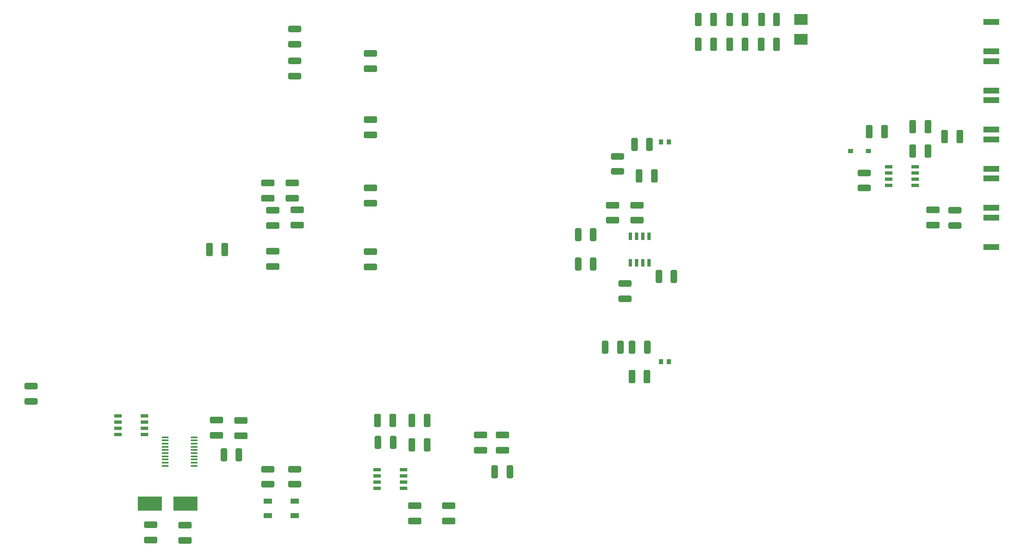
<source format=gbr>
%TF.GenerationSoftware,KiCad,Pcbnew,9.0.0*%
%TF.CreationDate,2025-03-25T18:07:07-07:00*%
%TF.ProjectId,DynamicBrakeGrid,44796e61-6d69-4634-9272-616b65477269,rev?*%
%TF.SameCoordinates,Original*%
%TF.FileFunction,Paste,Top*%
%TF.FilePolarity,Positive*%
%FSLAX46Y46*%
G04 Gerber Fmt 4.6, Leading zero omitted, Abs format (unit mm)*
G04 Created by KiCad (PCBNEW 9.0.0) date 2025-03-25 18:07:07*
%MOMM*%
%LPD*%
G01*
G04 APERTURE LIST*
G04 Aperture macros list*
%AMRoundRect*
0 Rectangle with rounded corners*
0 $1 Rounding radius*
0 $2 $3 $4 $5 $6 $7 $8 $9 X,Y pos of 4 corners*
0 Add a 4 corners polygon primitive as box body*
4,1,4,$2,$3,$4,$5,$6,$7,$8,$9,$2,$3,0*
0 Add four circle primitives for the rounded corners*
1,1,$1+$1,$2,$3*
1,1,$1+$1,$4,$5*
1,1,$1+$1,$6,$7*
1,1,$1+$1,$8,$9*
0 Add four rect primitives between the rounded corners*
20,1,$1+$1,$2,$3,$4,$5,0*
20,1,$1+$1,$4,$5,$6,$7,0*
20,1,$1+$1,$6,$7,$8,$9,0*
20,1,$1+$1,$8,$9,$2,$3,0*%
G04 Aperture macros list end*
%ADD10RoundRect,0.250000X-1.075000X0.400000X-1.075000X-0.400000X1.075000X-0.400000X1.075000X0.400000X0*%
%ADD11R,1.750000X1.000000*%
%ADD12RoundRect,0.250000X-0.412500X-1.100000X0.412500X-1.100000X0.412500X1.100000X-0.412500X1.100000X0*%
%ADD13RoundRect,0.250000X0.412500X1.100000X-0.412500X1.100000X-0.412500X-1.100000X0.412500X-1.100000X0*%
%ADD14R,1.528000X0.650000*%
%ADD15R,1.050000X0.850000*%
%ADD16R,3.300000X1.200000*%
%ADD17R,2.720000X2.290000*%
%ADD18R,4.900000X3.000000*%
%ADD19RoundRect,0.250000X0.400000X1.075000X-0.400000X1.075000X-0.400000X-1.075000X0.400000X-1.075000X0*%
%ADD20RoundRect,0.250000X1.075000X-0.400000X1.075000X0.400000X-1.075000X0.400000X-1.075000X-0.400000X0*%
%ADD21RoundRect,0.250000X-0.400000X-1.075000X0.400000X-1.075000X0.400000X1.075000X-0.400000X1.075000X0*%
%ADD22R,1.475000X0.450000*%
%ADD23R,0.650000X1.528000*%
%ADD24R,0.950000X1.000000*%
%ADD25RoundRect,0.250000X1.100000X-0.412500X1.100000X0.412500X-1.100000X0.412500X-1.100000X-0.412500X0*%
%ADD26RoundRect,0.250000X-1.100000X0.412500X-1.100000X-0.412500X1.100000X-0.412500X1.100000X0.412500X0*%
G04 APERTURE END LIST*
D10*
%TO.C,R62*%
X87000000Y-136950000D03*
X87000000Y-140050000D03*
%TD*%
D11*
%TO.C,LED1*%
X87000000Y-146500000D03*
X87000000Y-143500000D03*
%TD*%
D10*
%TO.C,R63*%
X92500000Y-140050000D03*
X92500000Y-136950000D03*
%TD*%
D11*
%TO.C,LED2*%
X92500000Y-143500000D03*
X92500000Y-146500000D03*
%TD*%
D12*
%TO.C,C34*%
X191062500Y-45000000D03*
X187937500Y-45000000D03*
%TD*%
%TO.C,C32*%
X191000000Y-50000000D03*
X187875000Y-50000000D03*
%TD*%
%TO.C,C64*%
X222000000Y-71900000D03*
X218875000Y-71900000D03*
%TD*%
%TO.C,C81*%
X213125000Y-67900000D03*
X210000000Y-67900000D03*
%TD*%
D13*
%TO.C,C82*%
X225437500Y-68900000D03*
X228562500Y-68900000D03*
%TD*%
D10*
%TO.C,R72*%
X209000000Y-79450000D03*
X209000000Y-76350000D03*
%TD*%
D14*
%TO.C,IC5*%
X219413500Y-75090000D03*
X219413500Y-76360000D03*
X219413500Y-77630000D03*
X219413500Y-78900000D03*
X213991500Y-78900000D03*
X213991500Y-77630000D03*
X213991500Y-76360000D03*
X213991500Y-75090000D03*
%TD*%
D15*
%TO.C,Z3*%
X206200000Y-71900000D03*
X209800000Y-71900000D03*
%TD*%
D12*
%TO.C,C63*%
X222000000Y-66900000D03*
X218875000Y-66900000D03*
%TD*%
D16*
%TO.C,R67*%
X235000000Y-69500000D03*
X235000000Y-75500000D03*
%TD*%
%TO.C,R69*%
X235000000Y-53500000D03*
X235000000Y-59500000D03*
%TD*%
%TO.C,R66*%
X235000000Y-83500000D03*
X235000000Y-77500000D03*
%TD*%
%TO.C,R70*%
X235000000Y-45500000D03*
X235000000Y-51500000D03*
%TD*%
%TO.C,R68*%
X235000000Y-67500000D03*
X235000000Y-61500000D03*
%TD*%
%TO.C,R65*%
X235000000Y-85500000D03*
X235000000Y-91500000D03*
%TD*%
D17*
%TO.C,Z1*%
X196000000Y-45000000D03*
X196000000Y-49050000D03*
%TD*%
D18*
%TO.C,Y1*%
X62850000Y-144000000D03*
X70150000Y-144000000D03*
%TD*%
D19*
%TO.C,R73*%
X112612500Y-131500000D03*
X109512500Y-131500000D03*
%TD*%
D10*
%TO.C,R71*%
X227500000Y-84000000D03*
X227500000Y-87100000D03*
%TD*%
D20*
%TO.C,R60*%
X38500000Y-123100000D03*
X38500000Y-120000000D03*
%TD*%
D21*
%TO.C,R59*%
X77950000Y-134000000D03*
X81050000Y-134000000D03*
%TD*%
D19*
%TO.C,R58*%
X170050000Y-97500000D03*
X166950000Y-97500000D03*
%TD*%
D10*
%TO.C,R56*%
X158500000Y-72950000D03*
X158500000Y-76050000D03*
%TD*%
D19*
%TO.C,R55*%
X165050000Y-70500000D03*
X161950000Y-70500000D03*
%TD*%
%TO.C,R52*%
X159100000Y-112000000D03*
X156000000Y-112000000D03*
%TD*%
%TO.C,R51*%
X164600000Y-112000000D03*
X161500000Y-112000000D03*
%TD*%
D20*
%TO.C,R50*%
X160000000Y-102100000D03*
X160000000Y-99000000D03*
%TD*%
D21*
%TO.C,R39*%
X133400000Y-137500000D03*
X136500000Y-137500000D03*
%TD*%
D19*
%TO.C,R4*%
X153550000Y-89000000D03*
X150450000Y-89000000D03*
%TD*%
%TO.C,R3*%
X153550000Y-95000000D03*
X150450000Y-95000000D03*
%TD*%
D10*
%TO.C,R2*%
X92500000Y-46900000D03*
X92500000Y-50000000D03*
%TD*%
%TO.C,R1*%
X92500000Y-53450000D03*
X92500000Y-56550000D03*
%TD*%
D14*
%TO.C,IC8*%
X109289000Y-137095000D03*
X109289000Y-138365000D03*
X109289000Y-139635000D03*
X109289000Y-140905000D03*
X114711000Y-140905000D03*
X114711000Y-139635000D03*
X114711000Y-138365000D03*
X114711000Y-137095000D03*
%TD*%
%TO.C,IC7*%
X61711000Y-129905000D03*
X61711000Y-128635000D03*
X61711000Y-127365000D03*
X61711000Y-126095000D03*
X56289000Y-126095000D03*
X56289000Y-127365000D03*
X56289000Y-128635000D03*
X56289000Y-129905000D03*
%TD*%
D22*
%TO.C,IC6*%
X66000000Y-130450000D03*
X66000000Y-131100000D03*
X66000000Y-131750000D03*
X66000000Y-132400000D03*
X66000000Y-133050000D03*
X66000000Y-133700000D03*
X66000000Y-134350000D03*
X66000000Y-135000000D03*
X66000000Y-135650000D03*
X66000000Y-136300000D03*
X71876000Y-136300000D03*
X71876000Y-135650000D03*
X71876000Y-135000000D03*
X71876000Y-134350000D03*
X71876000Y-133700000D03*
X71876000Y-133050000D03*
X71876000Y-132400000D03*
X71876000Y-131750000D03*
X71876000Y-131100000D03*
X71876000Y-130450000D03*
%TD*%
D23*
%TO.C,IC3*%
X161095000Y-94711000D03*
X162365000Y-94711000D03*
X163635000Y-94711000D03*
X164905000Y-94711000D03*
X164905000Y-89289000D03*
X163635000Y-89289000D03*
X162365000Y-89289000D03*
X161095000Y-89289000D03*
%TD*%
D24*
%TO.C,FB3*%
X167400000Y-70000000D03*
X169000000Y-70000000D03*
%TD*%
%TO.C,FB1*%
X167400000Y-115000000D03*
X169000000Y-115000000D03*
%TD*%
D25*
%TO.C,C84*%
X88000000Y-95500000D03*
X88000000Y-92375000D03*
%TD*%
D13*
%TO.C,C83*%
X78125000Y-92000000D03*
X75000000Y-92000000D03*
%TD*%
%TO.C,C80*%
X112562500Y-127000000D03*
X109437500Y-127000000D03*
%TD*%
D26*
%TO.C,C79*%
X117000000Y-144437500D03*
X117000000Y-147562500D03*
%TD*%
D13*
%TO.C,C78*%
X119562500Y-127000000D03*
X116437500Y-127000000D03*
%TD*%
%TO.C,C77*%
X119562500Y-132000000D03*
X116437500Y-132000000D03*
%TD*%
D25*
%TO.C,C76*%
X124000000Y-147562500D03*
X124000000Y-144437500D03*
%TD*%
D26*
%TO.C,C75*%
X130500000Y-129937500D03*
X130500000Y-133062500D03*
%TD*%
%TO.C,C74*%
X135000000Y-129937500D03*
X135000000Y-133062500D03*
%TD*%
D25*
%TO.C,C73*%
X108000000Y-95562500D03*
X108000000Y-92437500D03*
%TD*%
%TO.C,C72*%
X108000000Y-82562500D03*
X108000000Y-79437500D03*
%TD*%
%TO.C,C71*%
X108000000Y-68562500D03*
X108000000Y-65437500D03*
%TD*%
%TO.C,C70*%
X108000000Y-55062500D03*
X108000000Y-51937500D03*
%TD*%
D26*
%TO.C,C69*%
X223000000Y-83937500D03*
X223000000Y-87062500D03*
%TD*%
%TO.C,C68*%
X63000000Y-148375000D03*
X63000000Y-151500000D03*
%TD*%
%TO.C,C67*%
X70000000Y-148437500D03*
X70000000Y-151562500D03*
%TD*%
D25*
%TO.C,C66*%
X81500000Y-130125000D03*
X81500000Y-127000000D03*
%TD*%
%TO.C,C65*%
X76500000Y-130062500D03*
X76500000Y-126937500D03*
%TD*%
D26*
%TO.C,C62*%
X92000000Y-78437500D03*
X92000000Y-81562500D03*
%TD*%
%TO.C,C61*%
X87000000Y-78375000D03*
X87000000Y-81500000D03*
%TD*%
D25*
%TO.C,C60*%
X88000000Y-87125000D03*
X88000000Y-84000000D03*
%TD*%
%TO.C,C59*%
X93000000Y-87062500D03*
X93000000Y-83937500D03*
%TD*%
D12*
%TO.C,C47*%
X162937500Y-77000000D03*
X166062500Y-77000000D03*
%TD*%
%TO.C,C38*%
X161437500Y-118000000D03*
X164562500Y-118000000D03*
%TD*%
D25*
%TO.C,C37*%
X162500000Y-86062500D03*
X162500000Y-82937500D03*
%TD*%
%TO.C,C36*%
X157500000Y-86062500D03*
X157500000Y-82937500D03*
%TD*%
D12*
%TO.C,C29*%
X175000000Y-50000000D03*
X178125000Y-50000000D03*
%TD*%
%TO.C,C28*%
X175000000Y-45000000D03*
X178125000Y-45000000D03*
%TD*%
%TO.C,C27*%
X181437500Y-50000000D03*
X184562500Y-50000000D03*
%TD*%
%TO.C,C26*%
X181437500Y-45000000D03*
X184562500Y-45000000D03*
%TD*%
M02*

</source>
